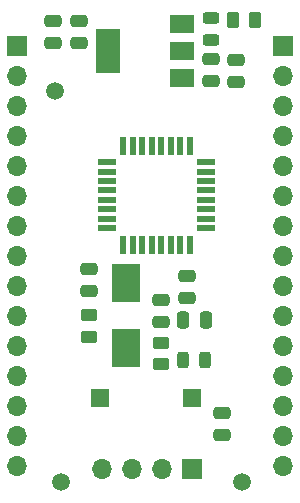
<source format=gbr>
%TF.GenerationSoftware,KiCad,Pcbnew,(6.0.0)*%
%TF.CreationDate,2022-05-02T13:28:23+02:00*%
%TF.ProjectId,STM8_Breakout-board,53544d38-5f42-4726-9561-6b6f75742d62,rev?*%
%TF.SameCoordinates,PX7e5ca20PY62fdcc0*%
%TF.FileFunction,Soldermask,Top*%
%TF.FilePolarity,Negative*%
%FSLAX46Y46*%
G04 Gerber Fmt 4.6, Leading zero omitted, Abs format (unit mm)*
G04 Created by KiCad (PCBNEW (6.0.0)) date 2022-05-02 13:28:23*
%MOMM*%
%LPD*%
G01*
G04 APERTURE LIST*
G04 Aperture macros list*
%AMRoundRect*
0 Rectangle with rounded corners*
0 $1 Rounding radius*
0 $2 $3 $4 $5 $6 $7 $8 $9 X,Y pos of 4 corners*
0 Add a 4 corners polygon primitive as box body*
4,1,4,$2,$3,$4,$5,$6,$7,$8,$9,$2,$3,0*
0 Add four circle primitives for the rounded corners*
1,1,$1+$1,$2,$3*
1,1,$1+$1,$4,$5*
1,1,$1+$1,$6,$7*
1,1,$1+$1,$8,$9*
0 Add four rect primitives between the rounded corners*
20,1,$1+$1,$2,$3,$4,$5,0*
20,1,$1+$1,$4,$5,$6,$7,0*
20,1,$1+$1,$6,$7,$8,$9,0*
20,1,$1+$1,$8,$9,$2,$3,0*%
G04 Aperture macros list end*
%ADD10C,1.500000*%
%ADD11RoundRect,0.250000X-0.450000X0.262500X-0.450000X-0.262500X0.450000X-0.262500X0.450000X0.262500X0*%
%ADD12RoundRect,0.250000X-0.475000X0.250000X-0.475000X-0.250000X0.475000X-0.250000X0.475000X0.250000X0*%
%ADD13RoundRect,0.243750X-0.243750X-0.456250X0.243750X-0.456250X0.243750X0.456250X-0.243750X0.456250X0*%
%ADD14RoundRect,0.250000X0.450000X-0.262500X0.450000X0.262500X-0.450000X0.262500X-0.450000X-0.262500X0*%
%ADD15RoundRect,0.250000X-0.262500X-0.450000X0.262500X-0.450000X0.262500X0.450000X-0.262500X0.450000X0*%
%ADD16RoundRect,0.243750X-0.456250X0.243750X-0.456250X-0.243750X0.456250X-0.243750X0.456250X0.243750X0*%
%ADD17R,0.550000X1.500000*%
%ADD18R,1.500000X0.550000*%
%ADD19RoundRect,0.250000X0.250000X0.475000X-0.250000X0.475000X-0.250000X-0.475000X0.250000X-0.475000X0*%
%ADD20R,2.000000X1.500000*%
%ADD21R,2.000000X3.800000*%
%ADD22RoundRect,0.250000X0.475000X-0.250000X0.475000X0.250000X-0.475000X0.250000X-0.475000X-0.250000X0*%
%ADD23R,1.500000X1.500000*%
%ADD24R,2.400000X3.325000*%
%ADD25R,1.700000X1.700000*%
%ADD26O,1.700000X1.700000*%
G04 APERTURE END LIST*
D10*
%TO.C,REF\u002A\u002A*%
X20500000Y1500000D03*
%TD*%
D11*
%TO.C,R3*%
X13700000Y13312500D03*
X13700000Y11487500D03*
%TD*%
D12*
%TO.C,C7*%
X4500000Y40550000D03*
X4500000Y38650000D03*
%TD*%
D10*
%TO.C,REF\u002A\u002A*%
X4700000Y34600000D03*
%TD*%
D13*
%TO.C,D2*%
X15562500Y11800000D03*
X17437500Y11800000D03*
%TD*%
D14*
%TO.C,R1*%
X7600000Y13800000D03*
X7600000Y15625000D03*
%TD*%
D15*
%TO.C,R2*%
X19787500Y40600000D03*
X21612500Y40600000D03*
%TD*%
D12*
%TO.C,C2*%
X7600000Y19550000D03*
X7600000Y17650000D03*
%TD*%
%TO.C,C6*%
X6700000Y40550000D03*
X6700000Y38650000D03*
%TD*%
%TO.C,C8*%
X17900000Y37350000D03*
X17900000Y35450000D03*
%TD*%
D16*
%TO.C,D1*%
X17900000Y40837500D03*
X17900000Y38962500D03*
%TD*%
D10*
%TO.C,REF\u002A\u002A*%
X5200000Y1500000D03*
%TD*%
D12*
%TO.C,C1*%
X18800000Y7350000D03*
X18800000Y5450000D03*
%TD*%
D17*
%TO.C,U1*%
X10500000Y21600000D03*
X11300000Y21600000D03*
X12100000Y21600000D03*
X12900000Y21600000D03*
X13700000Y21600000D03*
X14500000Y21600000D03*
X15300000Y21600000D03*
X16100000Y21600000D03*
D18*
X17500000Y23000000D03*
X17500000Y23800000D03*
X17500000Y24600000D03*
X17500000Y25400000D03*
X17500000Y26200000D03*
X17500000Y27000000D03*
X17500000Y27800000D03*
X17500000Y28600000D03*
D17*
X16100000Y30000000D03*
X15300000Y30000000D03*
X14500000Y30000000D03*
X13700000Y30000000D03*
X12900000Y30000000D03*
X12100000Y30000000D03*
X11300000Y30000000D03*
X10500000Y30000000D03*
D18*
X9100000Y28600000D03*
X9100000Y27800000D03*
X9100000Y27000000D03*
X9100000Y26200000D03*
X9100000Y25400000D03*
X9100000Y24600000D03*
X9100000Y23800000D03*
X9100000Y23000000D03*
%TD*%
D19*
%TO.C,C5*%
X17450000Y15200000D03*
X15550000Y15200000D03*
%TD*%
D20*
%TO.C,U2*%
X15450000Y35700000D03*
X15450000Y38000000D03*
D21*
X9150000Y38000000D03*
D20*
X15450000Y40300000D03*
%TD*%
D12*
%TO.C,C9*%
X20000000Y37250000D03*
X20000000Y35350000D03*
%TD*%
D22*
%TO.C,C3*%
X13700000Y15050000D03*
X13700000Y16950000D03*
%TD*%
D23*
%TO.C,SW1*%
X16300000Y8600000D03*
X8500000Y8600000D03*
%TD*%
D12*
%TO.C,C4*%
X15900000Y18950000D03*
X15900000Y17050000D03*
%TD*%
D24*
%TO.C,Y1*%
X10700000Y18362500D03*
X10700000Y12837500D03*
%TD*%
D25*
%TO.C,J1*%
X24000000Y38420000D03*
D26*
X24000000Y35880000D03*
X24000000Y33340000D03*
X24000000Y30800000D03*
X24000000Y28260000D03*
X24000000Y25720000D03*
X24000000Y23180000D03*
X24000000Y20640000D03*
X24000000Y18100000D03*
X24000000Y15560000D03*
X24000000Y13020000D03*
X24000000Y10480000D03*
X24000000Y7940000D03*
X24000000Y5400000D03*
X24000000Y2860000D03*
%TD*%
D25*
%TO.C,J2*%
X16300000Y2600000D03*
D26*
X13760000Y2600000D03*
X11220000Y2600000D03*
X8680000Y2600000D03*
%TD*%
D25*
%TO.C,J3*%
X1500000Y38400000D03*
D26*
X1500000Y35860000D03*
X1500000Y33320000D03*
X1500000Y30780000D03*
X1500000Y28240000D03*
X1500000Y25700000D03*
X1500000Y23160000D03*
X1500000Y20620000D03*
X1500000Y18080000D03*
X1500000Y15540000D03*
X1500000Y13000000D03*
X1500000Y10460000D03*
X1500000Y7920000D03*
X1500000Y5380000D03*
X1500000Y2840000D03*
%TD*%
M02*

</source>
